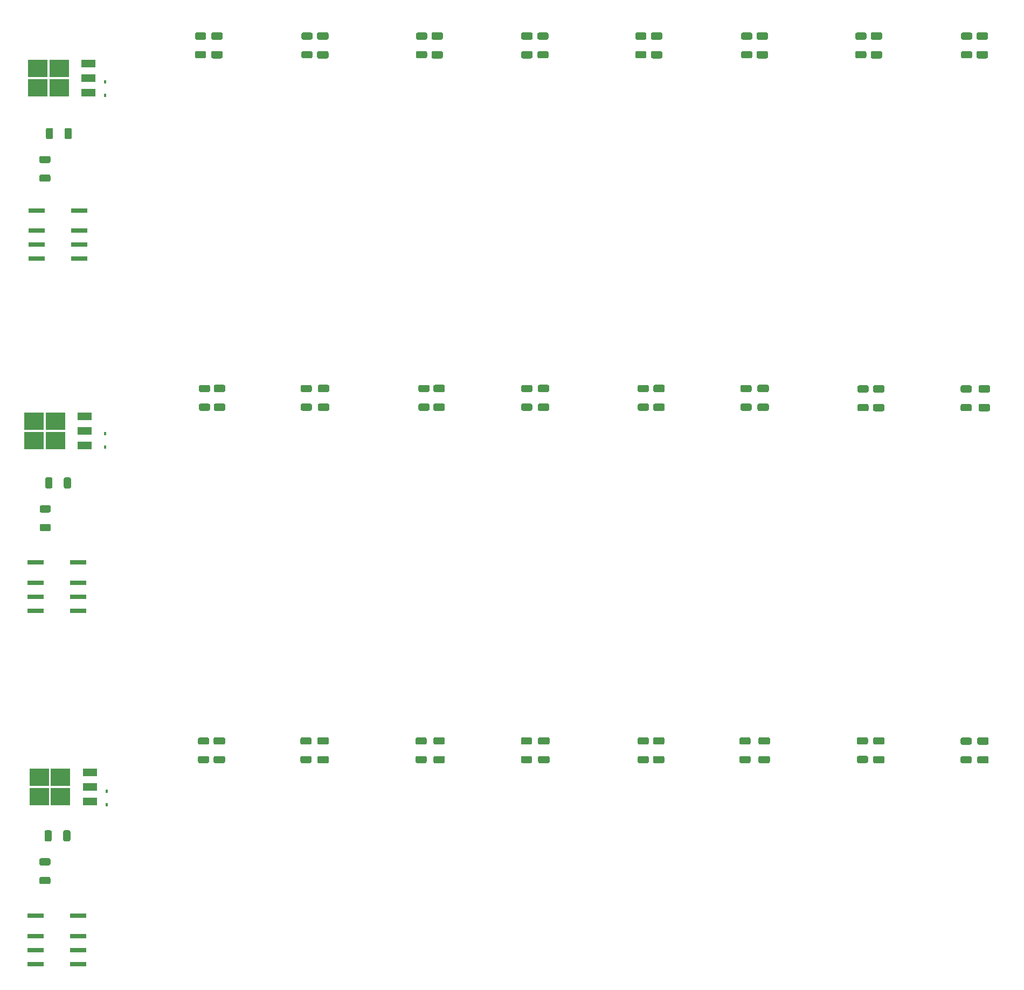
<source format=gbr>
%TF.GenerationSoftware,KiCad,Pcbnew,(5.1.9)-1*%
%TF.CreationDate,2021-07-25T11:44:51+02:00*%
%TF.ProjectId,RelayControls-HPK,52656c61-7943-46f6-9e74-726f6c732d48,V0.1*%
%TF.SameCoordinates,Original*%
%TF.FileFunction,Paste,Top*%
%TF.FilePolarity,Positive*%
%FSLAX46Y46*%
G04 Gerber Fmt 4.6, Leading zero omitted, Abs format (unit mm)*
G04 Created by KiCad (PCBNEW (5.1.9)-1) date 2021-07-25 11:44:51*
%MOMM*%
%LPD*%
G01*
G04 APERTURE LIST*
%ADD10R,0.450000X0.600000*%
%ADD11R,2.200000X1.200000*%
%ADD12R,3.050000X2.750000*%
%ADD13R,2.660000X0.800000*%
G04 APERTURE END LIST*
D10*
%TO.C,D3*%
X33200000Y-99275000D03*
X33200000Y-101375000D03*
%TD*%
D11*
%TO.C,Q3*%
X30824999Y-157054999D03*
X30824999Y-154774999D03*
X30824999Y-152494999D03*
D12*
X22849999Y-153249999D03*
X26199999Y-156299999D03*
X22849999Y-156299999D03*
X26199999Y-153249999D03*
%TD*%
%TO.C,C1*%
G36*
G01*
X120500001Y-37325000D02*
X119199999Y-37325000D01*
G75*
G02*
X118950000Y-37075001I0J249999D01*
G01*
X118950000Y-36424999D01*
G75*
G02*
X119199999Y-36175000I249999J0D01*
G01*
X120500001Y-36175000D01*
G75*
G02*
X120750000Y-36424999I0J-249999D01*
G01*
X120750000Y-37075001D01*
G75*
G02*
X120500001Y-37325000I-249999J0D01*
G01*
G37*
G36*
G01*
X120500001Y-40275000D02*
X119199999Y-40275000D01*
G75*
G02*
X118950000Y-40025001I0J249999D01*
G01*
X118950000Y-39374999D01*
G75*
G02*
X119199999Y-39125000I249999J0D01*
G01*
X120500001Y-39125000D01*
G75*
G02*
X120750000Y-39374999I0J-249999D01*
G01*
X120750000Y-40025001D01*
G75*
G02*
X120500001Y-40275000I-249999J0D01*
G01*
G37*
%TD*%
%TO.C,C2*%
G36*
G01*
X51425001Y-40275000D02*
X50124999Y-40275000D01*
G75*
G02*
X49875000Y-40025001I0J249999D01*
G01*
X49875000Y-39374999D01*
G75*
G02*
X50124999Y-39125000I249999J0D01*
G01*
X51425001Y-39125000D01*
G75*
G02*
X51675000Y-39374999I0J-249999D01*
G01*
X51675000Y-40025001D01*
G75*
G02*
X51425001Y-40275000I-249999J0D01*
G01*
G37*
G36*
G01*
X51425001Y-37325000D02*
X50124999Y-37325000D01*
G75*
G02*
X49875000Y-37075001I0J249999D01*
G01*
X49875000Y-36424999D01*
G75*
G02*
X50124999Y-36175000I249999J0D01*
G01*
X51425001Y-36175000D01*
G75*
G02*
X51675000Y-36424999I0J-249999D01*
G01*
X51675000Y-37075001D01*
G75*
G02*
X51425001Y-37325000I-249999J0D01*
G01*
G37*
%TD*%
%TO.C,C3*%
G36*
G01*
X86025001Y-37325000D02*
X84724999Y-37325000D01*
G75*
G02*
X84475000Y-37075001I0J249999D01*
G01*
X84475000Y-36424999D01*
G75*
G02*
X84724999Y-36175000I249999J0D01*
G01*
X86025001Y-36175000D01*
G75*
G02*
X86275000Y-36424999I0J-249999D01*
G01*
X86275000Y-37075001D01*
G75*
G02*
X86025001Y-37325000I-249999J0D01*
G01*
G37*
G36*
G01*
X86025001Y-40275000D02*
X84724999Y-40275000D01*
G75*
G02*
X84475000Y-40025001I0J249999D01*
G01*
X84475000Y-39374999D01*
G75*
G02*
X84724999Y-39125000I249999J0D01*
G01*
X86025001Y-39125000D01*
G75*
G02*
X86275000Y-39374999I0J-249999D01*
G01*
X86275000Y-40025001D01*
G75*
G02*
X86025001Y-40275000I-249999J0D01*
G01*
G37*
%TD*%
%TO.C,C4*%
G36*
G01*
X155025001Y-37325000D02*
X153724999Y-37325000D01*
G75*
G02*
X153475000Y-37075001I0J249999D01*
G01*
X153475000Y-36424999D01*
G75*
G02*
X153724999Y-36175000I249999J0D01*
G01*
X155025001Y-36175000D01*
G75*
G02*
X155275000Y-36424999I0J-249999D01*
G01*
X155275000Y-37075001D01*
G75*
G02*
X155025001Y-37325000I-249999J0D01*
G01*
G37*
G36*
G01*
X155025001Y-40275000D02*
X153724999Y-40275000D01*
G75*
G02*
X153475000Y-40025001I0J249999D01*
G01*
X153475000Y-39374999D01*
G75*
G02*
X153724999Y-39125000I249999J0D01*
G01*
X155025001Y-39125000D01*
G75*
G02*
X155275000Y-39374999I0J-249999D01*
G01*
X155275000Y-40025001D01*
G75*
G02*
X155025001Y-40275000I-249999J0D01*
G01*
G37*
%TD*%
%TO.C,C5*%
G36*
G01*
X135799999Y-39125000D02*
X137100001Y-39125000D01*
G75*
G02*
X137350000Y-39374999I0J-249999D01*
G01*
X137350000Y-40025001D01*
G75*
G02*
X137100001Y-40275000I-249999J0D01*
G01*
X135799999Y-40275000D01*
G75*
G02*
X135550000Y-40025001I0J249999D01*
G01*
X135550000Y-39374999D01*
G75*
G02*
X135799999Y-39125000I249999J0D01*
G01*
G37*
G36*
G01*
X135799999Y-36175000D02*
X137100001Y-36175000D01*
G75*
G02*
X137350000Y-36424999I0J-249999D01*
G01*
X137350000Y-37075001D01*
G75*
G02*
X137100001Y-37325000I-249999J0D01*
G01*
X135799999Y-37325000D01*
G75*
G02*
X135550000Y-37075001I0J249999D01*
G01*
X135550000Y-36424999D01*
G75*
G02*
X135799999Y-36175000I249999J0D01*
G01*
G37*
%TD*%
%TO.C,C6*%
G36*
G01*
X66749999Y-36175000D02*
X68050001Y-36175000D01*
G75*
G02*
X68300000Y-36424999I0J-249999D01*
G01*
X68300000Y-37075001D01*
G75*
G02*
X68050001Y-37325000I-249999J0D01*
G01*
X66749999Y-37325000D01*
G75*
G02*
X66500000Y-37075001I0J249999D01*
G01*
X66500000Y-36424999D01*
G75*
G02*
X66749999Y-36175000I249999J0D01*
G01*
G37*
G36*
G01*
X66749999Y-39125000D02*
X68050001Y-39125000D01*
G75*
G02*
X68300000Y-39374999I0J-249999D01*
G01*
X68300000Y-40025001D01*
G75*
G02*
X68050001Y-40275000I-249999J0D01*
G01*
X66749999Y-40275000D01*
G75*
G02*
X66500000Y-40025001I0J249999D01*
G01*
X66500000Y-39374999D01*
G75*
G02*
X66749999Y-39125000I249999J0D01*
G01*
G37*
%TD*%
%TO.C,C7*%
G36*
G01*
X98819999Y-39125000D02*
X100120001Y-39125000D01*
G75*
G02*
X100370000Y-39374999I0J-249999D01*
G01*
X100370000Y-40025001D01*
G75*
G02*
X100120001Y-40275000I-249999J0D01*
G01*
X98819999Y-40275000D01*
G75*
G02*
X98570000Y-40025001I0J249999D01*
G01*
X98570000Y-39374999D01*
G75*
G02*
X98819999Y-39125000I249999J0D01*
G01*
G37*
G36*
G01*
X98819999Y-36175000D02*
X100120001Y-36175000D01*
G75*
G02*
X100370000Y-36424999I0J-249999D01*
G01*
X100370000Y-37075001D01*
G75*
G02*
X100120001Y-37325000I-249999J0D01*
G01*
X98819999Y-37325000D01*
G75*
G02*
X98570000Y-37075001I0J249999D01*
G01*
X98570000Y-36424999D01*
G75*
G02*
X98819999Y-36175000I249999J0D01*
G01*
G37*
%TD*%
%TO.C,C8*%
G36*
G01*
X170349999Y-36175000D02*
X171650001Y-36175000D01*
G75*
G02*
X171900000Y-36424999I0J-249999D01*
G01*
X171900000Y-37075001D01*
G75*
G02*
X171650001Y-37325000I-249999J0D01*
G01*
X170349999Y-37325000D01*
G75*
G02*
X170100000Y-37075001I0J249999D01*
G01*
X170100000Y-36424999D01*
G75*
G02*
X170349999Y-36175000I249999J0D01*
G01*
G37*
G36*
G01*
X170349999Y-39125000D02*
X171650001Y-39125000D01*
G75*
G02*
X171900000Y-39374999I0J-249999D01*
G01*
X171900000Y-40025001D01*
G75*
G02*
X171650001Y-40275000I-249999J0D01*
G01*
X170349999Y-40275000D01*
G75*
G02*
X170100000Y-40025001I0J249999D01*
G01*
X170100000Y-39374999D01*
G75*
G02*
X170349999Y-39125000I249999J0D01*
G01*
G37*
%TD*%
%TO.C,C9*%
G36*
G01*
X120875001Y-92725000D02*
X119574999Y-92725000D01*
G75*
G02*
X119325000Y-92475001I0J249999D01*
G01*
X119325000Y-91824999D01*
G75*
G02*
X119574999Y-91575000I249999J0D01*
G01*
X120875001Y-91575000D01*
G75*
G02*
X121125000Y-91824999I0J-249999D01*
G01*
X121125000Y-92475001D01*
G75*
G02*
X120875001Y-92725000I-249999J0D01*
G01*
G37*
G36*
G01*
X120875001Y-95675000D02*
X119574999Y-95675000D01*
G75*
G02*
X119325000Y-95425001I0J249999D01*
G01*
X119325000Y-94774999D01*
G75*
G02*
X119574999Y-94525000I249999J0D01*
G01*
X120875001Y-94525000D01*
G75*
G02*
X121125000Y-94774999I0J-249999D01*
G01*
X121125000Y-95425001D01*
G75*
G02*
X120875001Y-95675000I-249999J0D01*
G01*
G37*
%TD*%
%TO.C,C10*%
G36*
G01*
X51825001Y-95675000D02*
X50524999Y-95675000D01*
G75*
G02*
X50275000Y-95425001I0J249999D01*
G01*
X50275000Y-94774999D01*
G75*
G02*
X50524999Y-94525000I249999J0D01*
G01*
X51825001Y-94525000D01*
G75*
G02*
X52075000Y-94774999I0J-249999D01*
G01*
X52075000Y-95425001D01*
G75*
G02*
X51825001Y-95675000I-249999J0D01*
G01*
G37*
G36*
G01*
X51825001Y-92725000D02*
X50524999Y-92725000D01*
G75*
G02*
X50275000Y-92475001I0J249999D01*
G01*
X50275000Y-91824999D01*
G75*
G02*
X50524999Y-91575000I249999J0D01*
G01*
X51825001Y-91575000D01*
G75*
G02*
X52075000Y-91824999I0J-249999D01*
G01*
X52075000Y-92475001D01*
G75*
G02*
X51825001Y-92725000I-249999J0D01*
G01*
G37*
%TD*%
%TO.C,C11*%
G36*
G01*
X86325001Y-95675000D02*
X85024999Y-95675000D01*
G75*
G02*
X84775000Y-95425001I0J249999D01*
G01*
X84775000Y-94774999D01*
G75*
G02*
X85024999Y-94525000I249999J0D01*
G01*
X86325001Y-94525000D01*
G75*
G02*
X86575000Y-94774999I0J-249999D01*
G01*
X86575000Y-95425001D01*
G75*
G02*
X86325001Y-95675000I-249999J0D01*
G01*
G37*
G36*
G01*
X86325001Y-92725000D02*
X85024999Y-92725000D01*
G75*
G02*
X84775000Y-92475001I0J249999D01*
G01*
X84775000Y-91824999D01*
G75*
G02*
X85024999Y-91575000I249999J0D01*
G01*
X86325001Y-91575000D01*
G75*
G02*
X86575000Y-91824999I0J-249999D01*
G01*
X86575000Y-92475001D01*
G75*
G02*
X86325001Y-92725000I-249999J0D01*
G01*
G37*
%TD*%
%TO.C,C12*%
G36*
G01*
X155390001Y-92790000D02*
X154089999Y-92790000D01*
G75*
G02*
X153840000Y-92540001I0J249999D01*
G01*
X153840000Y-91889999D01*
G75*
G02*
X154089999Y-91640000I249999J0D01*
G01*
X155390001Y-91640000D01*
G75*
G02*
X155640000Y-91889999I0J-249999D01*
G01*
X155640000Y-92540001D01*
G75*
G02*
X155390001Y-92790000I-249999J0D01*
G01*
G37*
G36*
G01*
X155390001Y-95740000D02*
X154089999Y-95740000D01*
G75*
G02*
X153840000Y-95490001I0J249999D01*
G01*
X153840000Y-94839999D01*
G75*
G02*
X154089999Y-94590000I249999J0D01*
G01*
X155390001Y-94590000D01*
G75*
G02*
X155640000Y-94839999I0J-249999D01*
G01*
X155640000Y-95490001D01*
G75*
G02*
X155390001Y-95740000I-249999J0D01*
G01*
G37*
%TD*%
%TO.C,C13*%
G36*
G01*
X135924999Y-91575000D02*
X137225001Y-91575000D01*
G75*
G02*
X137475000Y-91824999I0J-249999D01*
G01*
X137475000Y-92475001D01*
G75*
G02*
X137225001Y-92725000I-249999J0D01*
G01*
X135924999Y-92725000D01*
G75*
G02*
X135675000Y-92475001I0J249999D01*
G01*
X135675000Y-91824999D01*
G75*
G02*
X135924999Y-91575000I249999J0D01*
G01*
G37*
G36*
G01*
X135924999Y-94525000D02*
X137225001Y-94525000D01*
G75*
G02*
X137475000Y-94774999I0J-249999D01*
G01*
X137475000Y-95425001D01*
G75*
G02*
X137225001Y-95675000I-249999J0D01*
G01*
X135924999Y-95675000D01*
G75*
G02*
X135675000Y-95425001I0J249999D01*
G01*
X135675000Y-94774999D01*
G75*
G02*
X135924999Y-94525000I249999J0D01*
G01*
G37*
%TD*%
%TO.C,C14*%
G36*
G01*
X66874999Y-91575000D02*
X68175001Y-91575000D01*
G75*
G02*
X68425000Y-91824999I0J-249999D01*
G01*
X68425000Y-92475001D01*
G75*
G02*
X68175001Y-92725000I-249999J0D01*
G01*
X66874999Y-92725000D01*
G75*
G02*
X66625000Y-92475001I0J249999D01*
G01*
X66625000Y-91824999D01*
G75*
G02*
X66874999Y-91575000I249999J0D01*
G01*
G37*
G36*
G01*
X66874999Y-94525000D02*
X68175001Y-94525000D01*
G75*
G02*
X68425000Y-94774999I0J-249999D01*
G01*
X68425000Y-95425001D01*
G75*
G02*
X68175001Y-95675000I-249999J0D01*
G01*
X66874999Y-95675000D01*
G75*
G02*
X66625000Y-95425001I0J249999D01*
G01*
X66625000Y-94774999D01*
G75*
G02*
X66874999Y-94525000I249999J0D01*
G01*
G37*
%TD*%
%TO.C,C15*%
G36*
G01*
X101424999Y-91575000D02*
X102725001Y-91575000D01*
G75*
G02*
X102975000Y-91824999I0J-249999D01*
G01*
X102975000Y-92475001D01*
G75*
G02*
X102725001Y-92725000I-249999J0D01*
G01*
X101424999Y-92725000D01*
G75*
G02*
X101175000Y-92475001I0J249999D01*
G01*
X101175000Y-91824999D01*
G75*
G02*
X101424999Y-91575000I249999J0D01*
G01*
G37*
G36*
G01*
X101424999Y-94525000D02*
X102725001Y-94525000D01*
G75*
G02*
X102975000Y-94774999I0J-249999D01*
G01*
X102975000Y-95425001D01*
G75*
G02*
X102725001Y-95675000I-249999J0D01*
G01*
X101424999Y-95675000D01*
G75*
G02*
X101175000Y-95425001I0J249999D01*
G01*
X101175000Y-94774999D01*
G75*
G02*
X101424999Y-94525000I249999J0D01*
G01*
G37*
%TD*%
%TO.C,C16*%
G36*
G01*
X170669999Y-91640000D02*
X171970001Y-91640000D01*
G75*
G02*
X172220000Y-91889999I0J-249999D01*
G01*
X172220000Y-92540001D01*
G75*
G02*
X171970001Y-92790000I-249999J0D01*
G01*
X170669999Y-92790000D01*
G75*
G02*
X170420000Y-92540001I0J249999D01*
G01*
X170420000Y-91889999D01*
G75*
G02*
X170669999Y-91640000I249999J0D01*
G01*
G37*
G36*
G01*
X170669999Y-94590000D02*
X171970001Y-94590000D01*
G75*
G02*
X172220000Y-94839999I0J-249999D01*
G01*
X172220000Y-95490001D01*
G75*
G02*
X171970001Y-95740000I-249999J0D01*
G01*
X170669999Y-95740000D01*
G75*
G02*
X170420000Y-95490001I0J249999D01*
G01*
X170420000Y-94839999D01*
G75*
G02*
X170669999Y-94590000I249999J0D01*
G01*
G37*
%TD*%
%TO.C,C17*%
G36*
G01*
X120825001Y-151075000D02*
X119524999Y-151075000D01*
G75*
G02*
X119275000Y-150825001I0J249999D01*
G01*
X119275000Y-150174999D01*
G75*
G02*
X119524999Y-149925000I249999J0D01*
G01*
X120825001Y-149925000D01*
G75*
G02*
X121075000Y-150174999I0J-249999D01*
G01*
X121075000Y-150825001D01*
G75*
G02*
X120825001Y-151075000I-249999J0D01*
G01*
G37*
G36*
G01*
X120825001Y-148125000D02*
X119524999Y-148125000D01*
G75*
G02*
X119275000Y-147875001I0J249999D01*
G01*
X119275000Y-147224999D01*
G75*
G02*
X119524999Y-146975000I249999J0D01*
G01*
X120825001Y-146975000D01*
G75*
G02*
X121075000Y-147224999I0J-249999D01*
G01*
X121075000Y-147875001D01*
G75*
G02*
X120825001Y-148125000I-249999J0D01*
G01*
G37*
%TD*%
%TO.C,C18*%
G36*
G01*
X51800001Y-148125000D02*
X50499999Y-148125000D01*
G75*
G02*
X50250000Y-147875001I0J249999D01*
G01*
X50250000Y-147224999D01*
G75*
G02*
X50499999Y-146975000I249999J0D01*
G01*
X51800001Y-146975000D01*
G75*
G02*
X52050000Y-147224999I0J-249999D01*
G01*
X52050000Y-147875001D01*
G75*
G02*
X51800001Y-148125000I-249999J0D01*
G01*
G37*
G36*
G01*
X51800001Y-151075000D02*
X50499999Y-151075000D01*
G75*
G02*
X50250000Y-150825001I0J249999D01*
G01*
X50250000Y-150174999D01*
G75*
G02*
X50499999Y-149925000I249999J0D01*
G01*
X51800001Y-149925000D01*
G75*
G02*
X52050000Y-150174999I0J-249999D01*
G01*
X52050000Y-150825001D01*
G75*
G02*
X51800001Y-151075000I-249999J0D01*
G01*
G37*
%TD*%
%TO.C,C19*%
G36*
G01*
X86325001Y-148125000D02*
X85024999Y-148125000D01*
G75*
G02*
X84775000Y-147875001I0J249999D01*
G01*
X84775000Y-147224999D01*
G75*
G02*
X85024999Y-146975000I249999J0D01*
G01*
X86325001Y-146975000D01*
G75*
G02*
X86575000Y-147224999I0J-249999D01*
G01*
X86575000Y-147875001D01*
G75*
G02*
X86325001Y-148125000I-249999J0D01*
G01*
G37*
G36*
G01*
X86325001Y-151075000D02*
X85024999Y-151075000D01*
G75*
G02*
X84775000Y-150825001I0J249999D01*
G01*
X84775000Y-150174999D01*
G75*
G02*
X85024999Y-149925000I249999J0D01*
G01*
X86325001Y-149925000D01*
G75*
G02*
X86575000Y-150174999I0J-249999D01*
G01*
X86575000Y-150825001D01*
G75*
G02*
X86325001Y-151075000I-249999J0D01*
G01*
G37*
%TD*%
%TO.C,C20*%
G36*
G01*
X155410001Y-151075000D02*
X154109999Y-151075000D01*
G75*
G02*
X153860000Y-150825001I0J249999D01*
G01*
X153860000Y-150174999D01*
G75*
G02*
X154109999Y-149925000I249999J0D01*
G01*
X155410001Y-149925000D01*
G75*
G02*
X155660000Y-150174999I0J-249999D01*
G01*
X155660000Y-150825001D01*
G75*
G02*
X155410001Y-151075000I-249999J0D01*
G01*
G37*
G36*
G01*
X155410001Y-148125000D02*
X154109999Y-148125000D01*
G75*
G02*
X153860000Y-147875001I0J249999D01*
G01*
X153860000Y-147224999D01*
G75*
G02*
X154109999Y-146975000I249999J0D01*
G01*
X155410001Y-146975000D01*
G75*
G02*
X155660000Y-147224999I0J-249999D01*
G01*
X155660000Y-147875001D01*
G75*
G02*
X155410001Y-148125000I-249999J0D01*
G01*
G37*
%TD*%
%TO.C,C21*%
G36*
G01*
X136099999Y-149925000D02*
X137400001Y-149925000D01*
G75*
G02*
X137650000Y-150174999I0J-249999D01*
G01*
X137650000Y-150825001D01*
G75*
G02*
X137400001Y-151075000I-249999J0D01*
G01*
X136099999Y-151075000D01*
G75*
G02*
X135850000Y-150825001I0J249999D01*
G01*
X135850000Y-150174999D01*
G75*
G02*
X136099999Y-149925000I249999J0D01*
G01*
G37*
G36*
G01*
X136099999Y-146975000D02*
X137400001Y-146975000D01*
G75*
G02*
X137650000Y-147224999I0J-249999D01*
G01*
X137650000Y-147875001D01*
G75*
G02*
X137400001Y-148125000I-249999J0D01*
G01*
X136099999Y-148125000D01*
G75*
G02*
X135850000Y-147875001I0J249999D01*
G01*
X135850000Y-147224999D01*
G75*
G02*
X136099999Y-146975000I249999J0D01*
G01*
G37*
%TD*%
%TO.C,C22*%
G36*
G01*
X66799999Y-149925000D02*
X68100001Y-149925000D01*
G75*
G02*
X68350000Y-150174999I0J-249999D01*
G01*
X68350000Y-150825001D01*
G75*
G02*
X68100001Y-151075000I-249999J0D01*
G01*
X66799999Y-151075000D01*
G75*
G02*
X66550000Y-150825001I0J249999D01*
G01*
X66550000Y-150174999D01*
G75*
G02*
X66799999Y-149925000I249999J0D01*
G01*
G37*
G36*
G01*
X66799999Y-146975000D02*
X68100001Y-146975000D01*
G75*
G02*
X68350000Y-147224999I0J-249999D01*
G01*
X68350000Y-147875001D01*
G75*
G02*
X68100001Y-148125000I-249999J0D01*
G01*
X66799999Y-148125000D01*
G75*
G02*
X66550000Y-147875001I0J249999D01*
G01*
X66550000Y-147224999D01*
G75*
G02*
X66799999Y-146975000I249999J0D01*
G01*
G37*
%TD*%
%TO.C,C23*%
G36*
G01*
X101474999Y-146975000D02*
X102775001Y-146975000D01*
G75*
G02*
X103025000Y-147224999I0J-249999D01*
G01*
X103025000Y-147875001D01*
G75*
G02*
X102775001Y-148125000I-249999J0D01*
G01*
X101474999Y-148125000D01*
G75*
G02*
X101225000Y-147875001I0J249999D01*
G01*
X101225000Y-147224999D01*
G75*
G02*
X101474999Y-146975000I249999J0D01*
G01*
G37*
G36*
G01*
X101474999Y-149925000D02*
X102775001Y-149925000D01*
G75*
G02*
X103025000Y-150174999I0J-249999D01*
G01*
X103025000Y-150825001D01*
G75*
G02*
X102775001Y-151075000I-249999J0D01*
G01*
X101474999Y-151075000D01*
G75*
G02*
X101225000Y-150825001I0J249999D01*
G01*
X101225000Y-150174999D01*
G75*
G02*
X101474999Y-149925000I249999J0D01*
G01*
G37*
%TD*%
%TO.C,C24*%
G36*
G01*
X170459999Y-149950000D02*
X171760001Y-149950000D01*
G75*
G02*
X172010000Y-150199999I0J-249999D01*
G01*
X172010000Y-150850001D01*
G75*
G02*
X171760001Y-151100000I-249999J0D01*
G01*
X170459999Y-151100000D01*
G75*
G02*
X170210000Y-150850001I0J249999D01*
G01*
X170210000Y-150199999D01*
G75*
G02*
X170459999Y-149950000I249999J0D01*
G01*
G37*
G36*
G01*
X170459999Y-147000000D02*
X171760001Y-147000000D01*
G75*
G02*
X172010000Y-147249999I0J-249999D01*
G01*
X172010000Y-147900001D01*
G75*
G02*
X171760001Y-148150000I-249999J0D01*
G01*
X170459999Y-148150000D01*
G75*
G02*
X170210000Y-147900001I0J249999D01*
G01*
X170210000Y-147249999D01*
G75*
G02*
X170459999Y-147000000I249999J0D01*
G01*
G37*
%TD*%
D13*
%TO.C,K1*%
X22410001Y-64154999D03*
X22410001Y-67354999D03*
X22410001Y-69554999D03*
X22410001Y-71754999D03*
X29150001Y-71754999D03*
X29150001Y-69554999D03*
X29150001Y-67354999D03*
X29150001Y-64154999D03*
%TD*%
%TO.C,K2*%
X22260000Y-119500000D03*
X22260000Y-122700000D03*
X22260000Y-124900000D03*
X22260000Y-127100000D03*
X29000000Y-127100000D03*
X29000000Y-124900000D03*
X29000000Y-122700000D03*
X29000000Y-119500000D03*
%TD*%
%TO.C,K3*%
X29000000Y-175000000D03*
X29000000Y-178200000D03*
X29000000Y-180400000D03*
X29000000Y-182600000D03*
X22260000Y-182600000D03*
X22260000Y-180400000D03*
X22260000Y-178200000D03*
X22260000Y-175000000D03*
%TD*%
%TO.C,R1*%
G36*
G01*
X26831371Y-52700002D02*
X26831371Y-51449998D01*
G75*
G02*
X27081369Y-51200000I249998J0D01*
G01*
X27706373Y-51200000D01*
G75*
G02*
X27956371Y-51449998I0J-249998D01*
G01*
X27956371Y-52700002D01*
G75*
G02*
X27706373Y-52950000I-249998J0D01*
G01*
X27081369Y-52950000D01*
G75*
G02*
X26831371Y-52700002I0J249998D01*
G01*
G37*
G36*
G01*
X23906371Y-52700002D02*
X23906371Y-51449998D01*
G75*
G02*
X24156369Y-51200000I249998J0D01*
G01*
X24781373Y-51200000D01*
G75*
G02*
X25031371Y-51449998I0J-249998D01*
G01*
X25031371Y-52700002D01*
G75*
G02*
X24781373Y-52950000I-249998J0D01*
G01*
X24156369Y-52950000D01*
G75*
G02*
X23906371Y-52700002I0J249998D01*
G01*
G37*
%TD*%
%TO.C,R2*%
G36*
G01*
X64299998Y-39125000D02*
X65550002Y-39125000D01*
G75*
G02*
X65800000Y-39374998I0J-249998D01*
G01*
X65800000Y-40000002D01*
G75*
G02*
X65550002Y-40250000I-249998J0D01*
G01*
X64299998Y-40250000D01*
G75*
G02*
X64050000Y-40000002I0J249998D01*
G01*
X64050000Y-39374998D01*
G75*
G02*
X64299998Y-39125000I249998J0D01*
G01*
G37*
G36*
G01*
X64299998Y-36200000D02*
X65550002Y-36200000D01*
G75*
G02*
X65800000Y-36449998I0J-249998D01*
G01*
X65800000Y-37075002D01*
G75*
G02*
X65550002Y-37325000I-249998J0D01*
G01*
X64299998Y-37325000D01*
G75*
G02*
X64050000Y-37075002I0J249998D01*
G01*
X64050000Y-36449998D01*
G75*
G02*
X64299998Y-36200000I249998J0D01*
G01*
G37*
%TD*%
%TO.C,R3*%
G36*
G01*
X118000002Y-40250000D02*
X116749998Y-40250000D01*
G75*
G02*
X116500000Y-40000002I0J249998D01*
G01*
X116500000Y-39374998D01*
G75*
G02*
X116749998Y-39125000I249998J0D01*
G01*
X118000002Y-39125000D01*
G75*
G02*
X118250000Y-39374998I0J-249998D01*
G01*
X118250000Y-40000002D01*
G75*
G02*
X118000002Y-40250000I-249998J0D01*
G01*
G37*
G36*
G01*
X118000002Y-37325000D02*
X116749998Y-37325000D01*
G75*
G02*
X116500000Y-37075002I0J249998D01*
G01*
X116500000Y-36449998D01*
G75*
G02*
X116749998Y-36200000I249998J0D01*
G01*
X118000002Y-36200000D01*
G75*
G02*
X118250000Y-36449998I0J-249998D01*
G01*
X118250000Y-37075002D01*
G75*
G02*
X118000002Y-37325000I-249998J0D01*
G01*
G37*
%TD*%
%TO.C,R4*%
G36*
G01*
X48825002Y-37325000D02*
X47574998Y-37325000D01*
G75*
G02*
X47325000Y-37075002I0J249998D01*
G01*
X47325000Y-36449998D01*
G75*
G02*
X47574998Y-36200000I249998J0D01*
G01*
X48825002Y-36200000D01*
G75*
G02*
X49075000Y-36449998I0J-249998D01*
G01*
X49075000Y-37075002D01*
G75*
G02*
X48825002Y-37325000I-249998J0D01*
G01*
G37*
G36*
G01*
X48825002Y-40250000D02*
X47574998Y-40250000D01*
G75*
G02*
X47325000Y-40000002I0J249998D01*
G01*
X47325000Y-39374998D01*
G75*
G02*
X47574998Y-39125000I249998J0D01*
G01*
X48825002Y-39125000D01*
G75*
G02*
X49075000Y-39374998I0J-249998D01*
G01*
X49075000Y-40000002D01*
G75*
G02*
X48825002Y-40250000I-249998J0D01*
G01*
G37*
%TD*%
%TO.C,R5*%
G36*
G01*
X83550002Y-37325000D02*
X82299998Y-37325000D01*
G75*
G02*
X82050000Y-37075002I0J249998D01*
G01*
X82050000Y-36449998D01*
G75*
G02*
X82299998Y-36200000I249998J0D01*
G01*
X83550002Y-36200000D01*
G75*
G02*
X83800000Y-36449998I0J-249998D01*
G01*
X83800000Y-37075002D01*
G75*
G02*
X83550002Y-37325000I-249998J0D01*
G01*
G37*
G36*
G01*
X83550002Y-40250000D02*
X82299998Y-40250000D01*
G75*
G02*
X82050000Y-40000002I0J249998D01*
G01*
X82050000Y-39374998D01*
G75*
G02*
X82299998Y-39125000I249998J0D01*
G01*
X83550002Y-39125000D01*
G75*
G02*
X83800000Y-39374998I0J-249998D01*
G01*
X83800000Y-40000002D01*
G75*
G02*
X83550002Y-40250000I-249998J0D01*
G01*
G37*
%TD*%
%TO.C,R6*%
G36*
G01*
X152550002Y-40250000D02*
X151299998Y-40250000D01*
G75*
G02*
X151050000Y-40000002I0J249998D01*
G01*
X151050000Y-39374998D01*
G75*
G02*
X151299998Y-39125000I249998J0D01*
G01*
X152550002Y-39125000D01*
G75*
G02*
X152800000Y-39374998I0J-249998D01*
G01*
X152800000Y-40000002D01*
G75*
G02*
X152550002Y-40250000I-249998J0D01*
G01*
G37*
G36*
G01*
X152550002Y-37325000D02*
X151299998Y-37325000D01*
G75*
G02*
X151050000Y-37075002I0J249998D01*
G01*
X151050000Y-36449998D01*
G75*
G02*
X151299998Y-36200000I249998J0D01*
G01*
X152550002Y-36200000D01*
G75*
G02*
X152800000Y-36449998I0J-249998D01*
G01*
X152800000Y-37075002D01*
G75*
G02*
X152550002Y-37325000I-249998J0D01*
G01*
G37*
%TD*%
%TO.C,R7*%
G36*
G01*
X133374998Y-36200000D02*
X134625002Y-36200000D01*
G75*
G02*
X134875000Y-36449998I0J-249998D01*
G01*
X134875000Y-37075002D01*
G75*
G02*
X134625002Y-37325000I-249998J0D01*
G01*
X133374998Y-37325000D01*
G75*
G02*
X133125000Y-37075002I0J249998D01*
G01*
X133125000Y-36449998D01*
G75*
G02*
X133374998Y-36200000I249998J0D01*
G01*
G37*
G36*
G01*
X133374998Y-39125000D02*
X134625002Y-39125000D01*
G75*
G02*
X134875000Y-39374998I0J-249998D01*
G01*
X134875000Y-40000002D01*
G75*
G02*
X134625002Y-40250000I-249998J0D01*
G01*
X133374998Y-40250000D01*
G75*
G02*
X133125000Y-40000002I0J249998D01*
G01*
X133125000Y-39374998D01*
G75*
G02*
X133374998Y-39125000I249998J0D01*
G01*
G37*
%TD*%
%TO.C,R8*%
G36*
G01*
X101369998Y-39125000D02*
X102620002Y-39125000D01*
G75*
G02*
X102870000Y-39374998I0J-249998D01*
G01*
X102870000Y-40000002D01*
G75*
G02*
X102620002Y-40250000I-249998J0D01*
G01*
X101369998Y-40250000D01*
G75*
G02*
X101120000Y-40000002I0J249998D01*
G01*
X101120000Y-39374998D01*
G75*
G02*
X101369998Y-39125000I249998J0D01*
G01*
G37*
G36*
G01*
X101369998Y-36200000D02*
X102620002Y-36200000D01*
G75*
G02*
X102870000Y-36449998I0J-249998D01*
G01*
X102870000Y-37075002D01*
G75*
G02*
X102620002Y-37325000I-249998J0D01*
G01*
X101369998Y-37325000D01*
G75*
G02*
X101120000Y-37075002I0J249998D01*
G01*
X101120000Y-36449998D01*
G75*
G02*
X101369998Y-36200000I249998J0D01*
G01*
G37*
%TD*%
%TO.C,R9*%
G36*
G01*
X167924998Y-39125000D02*
X169175002Y-39125000D01*
G75*
G02*
X169425000Y-39374998I0J-249998D01*
G01*
X169425000Y-40000002D01*
G75*
G02*
X169175002Y-40250000I-249998J0D01*
G01*
X167924998Y-40250000D01*
G75*
G02*
X167675000Y-40000002I0J249998D01*
G01*
X167675000Y-39374998D01*
G75*
G02*
X167924998Y-39125000I249998J0D01*
G01*
G37*
G36*
G01*
X167924998Y-36200000D02*
X169175002Y-36200000D01*
G75*
G02*
X169425000Y-36449998I0J-249998D01*
G01*
X169425000Y-37075002D01*
G75*
G02*
X169175002Y-37325000I-249998J0D01*
G01*
X167924998Y-37325000D01*
G75*
G02*
X167675000Y-37075002I0J249998D01*
G01*
X167675000Y-36449998D01*
G75*
G02*
X167924998Y-36200000I249998J0D01*
G01*
G37*
%TD*%
%TO.C,R10*%
G36*
G01*
X24375002Y-56725685D02*
X23124998Y-56725685D01*
G75*
G02*
X22875000Y-56475687I0J249998D01*
G01*
X22875000Y-55850683D01*
G75*
G02*
X23124998Y-55600685I249998J0D01*
G01*
X24375002Y-55600685D01*
G75*
G02*
X24625000Y-55850683I0J-249998D01*
G01*
X24625000Y-56475687D01*
G75*
G02*
X24375002Y-56725685I-249998J0D01*
G01*
G37*
G36*
G01*
X24375002Y-59650685D02*
X23124998Y-59650685D01*
G75*
G02*
X22875000Y-59400687I0J249998D01*
G01*
X22875000Y-58775683D01*
G75*
G02*
X23124998Y-58525685I249998J0D01*
G01*
X24375002Y-58525685D01*
G75*
G02*
X24625000Y-58775683I0J-249998D01*
G01*
X24625000Y-59400687D01*
G75*
G02*
X24375002Y-59650685I-249998J0D01*
G01*
G37*
%TD*%
%TO.C,R11*%
G36*
G01*
X23800000Y-107625002D02*
X23800000Y-106374998D01*
G75*
G02*
X24049998Y-106125000I249998J0D01*
G01*
X24675002Y-106125000D01*
G75*
G02*
X24925000Y-106374998I0J-249998D01*
G01*
X24925000Y-107625002D01*
G75*
G02*
X24675002Y-107875000I-249998J0D01*
G01*
X24049998Y-107875000D01*
G75*
G02*
X23800000Y-107625002I0J249998D01*
G01*
G37*
G36*
G01*
X26725000Y-107625002D02*
X26725000Y-106374998D01*
G75*
G02*
X26974998Y-106125000I249998J0D01*
G01*
X27600002Y-106125000D01*
G75*
G02*
X27850000Y-106374998I0J-249998D01*
G01*
X27850000Y-107625002D01*
G75*
G02*
X27600002Y-107875000I-249998J0D01*
G01*
X26974998Y-107875000D01*
G75*
G02*
X26725000Y-107625002I0J249998D01*
G01*
G37*
%TD*%
%TO.C,R12*%
G36*
G01*
X118375002Y-95650000D02*
X117124998Y-95650000D01*
G75*
G02*
X116875000Y-95400002I0J249998D01*
G01*
X116875000Y-94774998D01*
G75*
G02*
X117124998Y-94525000I249998J0D01*
G01*
X118375002Y-94525000D01*
G75*
G02*
X118625000Y-94774998I0J-249998D01*
G01*
X118625000Y-95400002D01*
G75*
G02*
X118375002Y-95650000I-249998J0D01*
G01*
G37*
G36*
G01*
X118375002Y-92725000D02*
X117124998Y-92725000D01*
G75*
G02*
X116875000Y-92475002I0J249998D01*
G01*
X116875000Y-91849998D01*
G75*
G02*
X117124998Y-91600000I249998J0D01*
G01*
X118375002Y-91600000D01*
G75*
G02*
X118625000Y-91849998I0J-249998D01*
G01*
X118625000Y-92475002D01*
G75*
G02*
X118375002Y-92725000I-249998J0D01*
G01*
G37*
%TD*%
%TO.C,R13*%
G36*
G01*
X49450002Y-95650000D02*
X48199998Y-95650000D01*
G75*
G02*
X47950000Y-95400002I0J249998D01*
G01*
X47950000Y-94774998D01*
G75*
G02*
X48199998Y-94525000I249998J0D01*
G01*
X49450002Y-94525000D01*
G75*
G02*
X49700000Y-94774998I0J-249998D01*
G01*
X49700000Y-95400002D01*
G75*
G02*
X49450002Y-95650000I-249998J0D01*
G01*
G37*
G36*
G01*
X49450002Y-92725000D02*
X48199998Y-92725000D01*
G75*
G02*
X47950000Y-92475002I0J249998D01*
G01*
X47950000Y-91849998D01*
G75*
G02*
X48199998Y-91600000I249998J0D01*
G01*
X49450002Y-91600000D01*
G75*
G02*
X49700000Y-91849998I0J-249998D01*
G01*
X49700000Y-92475002D01*
G75*
G02*
X49450002Y-92725000I-249998J0D01*
G01*
G37*
%TD*%
%TO.C,R14*%
G36*
G01*
X83925002Y-95650000D02*
X82674998Y-95650000D01*
G75*
G02*
X82425000Y-95400002I0J249998D01*
G01*
X82425000Y-94774998D01*
G75*
G02*
X82674998Y-94525000I249998J0D01*
G01*
X83925002Y-94525000D01*
G75*
G02*
X84175000Y-94774998I0J-249998D01*
G01*
X84175000Y-95400002D01*
G75*
G02*
X83925002Y-95650000I-249998J0D01*
G01*
G37*
G36*
G01*
X83925002Y-92725000D02*
X82674998Y-92725000D01*
G75*
G02*
X82425000Y-92475002I0J249998D01*
G01*
X82425000Y-91849998D01*
G75*
G02*
X82674998Y-91600000I249998J0D01*
G01*
X83925002Y-91600000D01*
G75*
G02*
X84175000Y-91849998I0J-249998D01*
G01*
X84175000Y-92475002D01*
G75*
G02*
X83925002Y-92725000I-249998J0D01*
G01*
G37*
%TD*%
%TO.C,R15*%
G36*
G01*
X152895002Y-92790000D02*
X151644998Y-92790000D01*
G75*
G02*
X151395000Y-92540002I0J249998D01*
G01*
X151395000Y-91914998D01*
G75*
G02*
X151644998Y-91665000I249998J0D01*
G01*
X152895002Y-91665000D01*
G75*
G02*
X153145000Y-91914998I0J-249998D01*
G01*
X153145000Y-92540002D01*
G75*
G02*
X152895002Y-92790000I-249998J0D01*
G01*
G37*
G36*
G01*
X152895002Y-95715000D02*
X151644998Y-95715000D01*
G75*
G02*
X151395000Y-95465002I0J249998D01*
G01*
X151395000Y-94839998D01*
G75*
G02*
X151644998Y-94590000I249998J0D01*
G01*
X152895002Y-94590000D01*
G75*
G02*
X153145000Y-94839998I0J-249998D01*
G01*
X153145000Y-95465002D01*
G75*
G02*
X152895002Y-95715000I-249998J0D01*
G01*
G37*
%TD*%
%TO.C,R16*%
G36*
G01*
X133264998Y-91600000D02*
X134515002Y-91600000D01*
G75*
G02*
X134765000Y-91849998I0J-249998D01*
G01*
X134765000Y-92475002D01*
G75*
G02*
X134515002Y-92725000I-249998J0D01*
G01*
X133264998Y-92725000D01*
G75*
G02*
X133015000Y-92475002I0J249998D01*
G01*
X133015000Y-91849998D01*
G75*
G02*
X133264998Y-91600000I249998J0D01*
G01*
G37*
G36*
G01*
X133264998Y-94525000D02*
X134515002Y-94525000D01*
G75*
G02*
X134765000Y-94774998I0J-249998D01*
G01*
X134765000Y-95400002D01*
G75*
G02*
X134515002Y-95650000I-249998J0D01*
G01*
X133264998Y-95650000D01*
G75*
G02*
X133015000Y-95400002I0J249998D01*
G01*
X133015000Y-94774998D01*
G75*
G02*
X133264998Y-94525000I249998J0D01*
G01*
G37*
%TD*%
%TO.C,R17*%
G36*
G01*
X64174998Y-94525000D02*
X65425002Y-94525000D01*
G75*
G02*
X65675000Y-94774998I0J-249998D01*
G01*
X65675000Y-95400002D01*
G75*
G02*
X65425002Y-95650000I-249998J0D01*
G01*
X64174998Y-95650000D01*
G75*
G02*
X63925000Y-95400002I0J249998D01*
G01*
X63925000Y-94774998D01*
G75*
G02*
X64174998Y-94525000I249998J0D01*
G01*
G37*
G36*
G01*
X64174998Y-91600000D02*
X65425002Y-91600000D01*
G75*
G02*
X65675000Y-91849998I0J-249998D01*
G01*
X65675000Y-92475002D01*
G75*
G02*
X65425002Y-92725000I-249998J0D01*
G01*
X64174998Y-92725000D01*
G75*
G02*
X63925000Y-92475002I0J249998D01*
G01*
X63925000Y-91849998D01*
G75*
G02*
X64174998Y-91600000I249998J0D01*
G01*
G37*
%TD*%
%TO.C,R18*%
G36*
G01*
X98824998Y-94525000D02*
X100075002Y-94525000D01*
G75*
G02*
X100325000Y-94774998I0J-249998D01*
G01*
X100325000Y-95400002D01*
G75*
G02*
X100075002Y-95650000I-249998J0D01*
G01*
X98824998Y-95650000D01*
G75*
G02*
X98575000Y-95400002I0J249998D01*
G01*
X98575000Y-94774998D01*
G75*
G02*
X98824998Y-94525000I249998J0D01*
G01*
G37*
G36*
G01*
X98824998Y-91600000D02*
X100075002Y-91600000D01*
G75*
G02*
X100325000Y-91849998I0J-249998D01*
G01*
X100325000Y-92475002D01*
G75*
G02*
X100075002Y-92725000I-249998J0D01*
G01*
X98824998Y-92725000D01*
G75*
G02*
X98575000Y-92475002I0J249998D01*
G01*
X98575000Y-91849998D01*
G75*
G02*
X98824998Y-91600000I249998J0D01*
G01*
G37*
%TD*%
%TO.C,R19*%
G36*
G01*
X167854998Y-91665000D02*
X169105002Y-91665000D01*
G75*
G02*
X169355000Y-91914998I0J-249998D01*
G01*
X169355000Y-92540002D01*
G75*
G02*
X169105002Y-92790000I-249998J0D01*
G01*
X167854998Y-92790000D01*
G75*
G02*
X167605000Y-92540002I0J249998D01*
G01*
X167605000Y-91914998D01*
G75*
G02*
X167854998Y-91665000I249998J0D01*
G01*
G37*
G36*
G01*
X167854998Y-94590000D02*
X169105002Y-94590000D01*
G75*
G02*
X169355000Y-94839998I0J-249998D01*
G01*
X169355000Y-95465002D01*
G75*
G02*
X169105002Y-95715000I-249998J0D01*
G01*
X167854998Y-95715000D01*
G75*
G02*
X167605000Y-95465002I0J249998D01*
G01*
X167605000Y-94839998D01*
G75*
G02*
X167854998Y-94590000I249998J0D01*
G01*
G37*
%TD*%
%TO.C,R20*%
G36*
G01*
X24425002Y-111650685D02*
X23174998Y-111650685D01*
G75*
G02*
X22925000Y-111400687I0J249998D01*
G01*
X22925000Y-110775683D01*
G75*
G02*
X23174998Y-110525685I249998J0D01*
G01*
X24425002Y-110525685D01*
G75*
G02*
X24675000Y-110775683I0J-249998D01*
G01*
X24675000Y-111400687D01*
G75*
G02*
X24425002Y-111650685I-249998J0D01*
G01*
G37*
G36*
G01*
X24425002Y-114575685D02*
X23174998Y-114575685D01*
G75*
G02*
X22925000Y-114325687I0J249998D01*
G01*
X22925000Y-113700683D01*
G75*
G02*
X23174998Y-113450685I249998J0D01*
G01*
X24425002Y-113450685D01*
G75*
G02*
X24675000Y-113700683I0J-249998D01*
G01*
X24675000Y-114325687D01*
G75*
G02*
X24425002Y-114575685I-249998J0D01*
G01*
G37*
%TD*%
%TO.C,R21*%
G36*
G01*
X26620000Y-163100002D02*
X26620000Y-161849998D01*
G75*
G02*
X26869998Y-161600000I249998J0D01*
G01*
X27495002Y-161600000D01*
G75*
G02*
X27745000Y-161849998I0J-249998D01*
G01*
X27745000Y-163100002D01*
G75*
G02*
X27495002Y-163350000I-249998J0D01*
G01*
X26869998Y-163350000D01*
G75*
G02*
X26620000Y-163100002I0J249998D01*
G01*
G37*
G36*
G01*
X23695000Y-163100002D02*
X23695000Y-161849998D01*
G75*
G02*
X23944998Y-161600000I249998J0D01*
G01*
X24570002Y-161600000D01*
G75*
G02*
X24820000Y-161849998I0J-249998D01*
G01*
X24820000Y-163100002D01*
G75*
G02*
X24570002Y-163350000I-249998J0D01*
G01*
X23944998Y-163350000D01*
G75*
G02*
X23695000Y-163100002I0J249998D01*
G01*
G37*
%TD*%
%TO.C,R22*%
G36*
G01*
X118375002Y-151050000D02*
X117124998Y-151050000D01*
G75*
G02*
X116875000Y-150800002I0J249998D01*
G01*
X116875000Y-150174998D01*
G75*
G02*
X117124998Y-149925000I249998J0D01*
G01*
X118375002Y-149925000D01*
G75*
G02*
X118625000Y-150174998I0J-249998D01*
G01*
X118625000Y-150800002D01*
G75*
G02*
X118375002Y-151050000I-249998J0D01*
G01*
G37*
G36*
G01*
X118375002Y-148125000D02*
X117124998Y-148125000D01*
G75*
G02*
X116875000Y-147875002I0J249998D01*
G01*
X116875000Y-147249998D01*
G75*
G02*
X117124998Y-147000000I249998J0D01*
G01*
X118375002Y-147000000D01*
G75*
G02*
X118625000Y-147249998I0J-249998D01*
G01*
X118625000Y-147875002D01*
G75*
G02*
X118375002Y-148125000I-249998J0D01*
G01*
G37*
%TD*%
%TO.C,R23*%
G36*
G01*
X49300002Y-151062500D02*
X48049998Y-151062500D01*
G75*
G02*
X47800000Y-150812502I0J249998D01*
G01*
X47800000Y-150187498D01*
G75*
G02*
X48049998Y-149937500I249998J0D01*
G01*
X49300002Y-149937500D01*
G75*
G02*
X49550000Y-150187498I0J-249998D01*
G01*
X49550000Y-150812502D01*
G75*
G02*
X49300002Y-151062500I-249998J0D01*
G01*
G37*
G36*
G01*
X49300002Y-148137500D02*
X48049998Y-148137500D01*
G75*
G02*
X47800000Y-147887502I0J249998D01*
G01*
X47800000Y-147262498D01*
G75*
G02*
X48049998Y-147012500I249998J0D01*
G01*
X49300002Y-147012500D01*
G75*
G02*
X49550000Y-147262498I0J-249998D01*
G01*
X49550000Y-147887502D01*
G75*
G02*
X49300002Y-148137500I-249998J0D01*
G01*
G37*
%TD*%
%TO.C,R24*%
G36*
G01*
X83475002Y-148125000D02*
X82224998Y-148125000D01*
G75*
G02*
X81975000Y-147875002I0J249998D01*
G01*
X81975000Y-147249998D01*
G75*
G02*
X82224998Y-147000000I249998J0D01*
G01*
X83475002Y-147000000D01*
G75*
G02*
X83725000Y-147249998I0J-249998D01*
G01*
X83725000Y-147875002D01*
G75*
G02*
X83475002Y-148125000I-249998J0D01*
G01*
G37*
G36*
G01*
X83475002Y-151050000D02*
X82224998Y-151050000D01*
G75*
G02*
X81975000Y-150800002I0J249998D01*
G01*
X81975000Y-150174998D01*
G75*
G02*
X82224998Y-149925000I249998J0D01*
G01*
X83475002Y-149925000D01*
G75*
G02*
X83725000Y-150174998I0J-249998D01*
G01*
X83725000Y-150800002D01*
G75*
G02*
X83475002Y-151050000I-249998J0D01*
G01*
G37*
%TD*%
%TO.C,R25*%
G36*
G01*
X152805002Y-151035000D02*
X151554998Y-151035000D01*
G75*
G02*
X151305000Y-150785002I0J249998D01*
G01*
X151305000Y-150159998D01*
G75*
G02*
X151554998Y-149910000I249998J0D01*
G01*
X152805002Y-149910000D01*
G75*
G02*
X153055000Y-150159998I0J-249998D01*
G01*
X153055000Y-150785002D01*
G75*
G02*
X152805002Y-151035000I-249998J0D01*
G01*
G37*
G36*
G01*
X152805002Y-148110000D02*
X151554998Y-148110000D01*
G75*
G02*
X151305000Y-147860002I0J249998D01*
G01*
X151305000Y-147234998D01*
G75*
G02*
X151554998Y-146985000I249998J0D01*
G01*
X152805002Y-146985000D01*
G75*
G02*
X153055000Y-147234998I0J-249998D01*
G01*
X153055000Y-147860002D01*
G75*
G02*
X152805002Y-148110000I-249998J0D01*
G01*
G37*
%TD*%
%TO.C,R26*%
G36*
G01*
X133099998Y-147000000D02*
X134350002Y-147000000D01*
G75*
G02*
X134600000Y-147249998I0J-249998D01*
G01*
X134600000Y-147875002D01*
G75*
G02*
X134350002Y-148125000I-249998J0D01*
G01*
X133099998Y-148125000D01*
G75*
G02*
X132850000Y-147875002I0J249998D01*
G01*
X132850000Y-147249998D01*
G75*
G02*
X133099998Y-147000000I249998J0D01*
G01*
G37*
G36*
G01*
X133099998Y-149925000D02*
X134350002Y-149925000D01*
G75*
G02*
X134600000Y-150174998I0J-249998D01*
G01*
X134600000Y-150800002D01*
G75*
G02*
X134350002Y-151050000I-249998J0D01*
G01*
X133099998Y-151050000D01*
G75*
G02*
X132850000Y-150800002I0J249998D01*
G01*
X132850000Y-150174998D01*
G75*
G02*
X133099998Y-149925000I249998J0D01*
G01*
G37*
%TD*%
%TO.C,R27*%
G36*
G01*
X64134998Y-147000000D02*
X65385002Y-147000000D01*
G75*
G02*
X65635000Y-147249998I0J-249998D01*
G01*
X65635000Y-147875002D01*
G75*
G02*
X65385002Y-148125000I-249998J0D01*
G01*
X64134998Y-148125000D01*
G75*
G02*
X63885000Y-147875002I0J249998D01*
G01*
X63885000Y-147249998D01*
G75*
G02*
X64134998Y-147000000I249998J0D01*
G01*
G37*
G36*
G01*
X64134998Y-149925000D02*
X65385002Y-149925000D01*
G75*
G02*
X65635000Y-150174998I0J-249998D01*
G01*
X65635000Y-150800002D01*
G75*
G02*
X65385002Y-151050000I-249998J0D01*
G01*
X64134998Y-151050000D01*
G75*
G02*
X63885000Y-150800002I0J249998D01*
G01*
X63885000Y-150174998D01*
G75*
G02*
X64134998Y-149925000I249998J0D01*
G01*
G37*
%TD*%
%TO.C,R28*%
G36*
G01*
X98774998Y-147000000D02*
X100025002Y-147000000D01*
G75*
G02*
X100275000Y-147249998I0J-249998D01*
G01*
X100275000Y-147875002D01*
G75*
G02*
X100025002Y-148125000I-249998J0D01*
G01*
X98774998Y-148125000D01*
G75*
G02*
X98525000Y-147875002I0J249998D01*
G01*
X98525000Y-147249998D01*
G75*
G02*
X98774998Y-147000000I249998J0D01*
G01*
G37*
G36*
G01*
X98774998Y-149925000D02*
X100025002Y-149925000D01*
G75*
G02*
X100275000Y-150174998I0J-249998D01*
G01*
X100275000Y-150800002D01*
G75*
G02*
X100025002Y-151050000I-249998J0D01*
G01*
X98774998Y-151050000D01*
G75*
G02*
X98525000Y-150800002I0J249998D01*
G01*
X98525000Y-150174998D01*
G75*
G02*
X98774998Y-149925000I249998J0D01*
G01*
G37*
%TD*%
%TO.C,R29*%
G36*
G01*
X167844998Y-149950000D02*
X169095002Y-149950000D01*
G75*
G02*
X169345000Y-150199998I0J-249998D01*
G01*
X169345000Y-150825002D01*
G75*
G02*
X169095002Y-151075000I-249998J0D01*
G01*
X167844998Y-151075000D01*
G75*
G02*
X167595000Y-150825002I0J249998D01*
G01*
X167595000Y-150199998D01*
G75*
G02*
X167844998Y-149950000I249998J0D01*
G01*
G37*
G36*
G01*
X167844998Y-147025000D02*
X169095002Y-147025000D01*
G75*
G02*
X169345000Y-147274998I0J-249998D01*
G01*
X169345000Y-147900002D01*
G75*
G02*
X169095002Y-148150000I-249998J0D01*
G01*
X167844998Y-148150000D01*
G75*
G02*
X167595000Y-147900002I0J249998D01*
G01*
X167595000Y-147274998D01*
G75*
G02*
X167844998Y-147025000I249998J0D01*
G01*
G37*
%TD*%
%TO.C,R30*%
G36*
G01*
X24375002Y-167125685D02*
X23124998Y-167125685D01*
G75*
G02*
X22875000Y-166875687I0J249998D01*
G01*
X22875000Y-166250683D01*
G75*
G02*
X23124998Y-166000685I249998J0D01*
G01*
X24375002Y-166000685D01*
G75*
G02*
X24625000Y-166250683I0J-249998D01*
G01*
X24625000Y-166875687D01*
G75*
G02*
X24375002Y-167125685I-249998J0D01*
G01*
G37*
G36*
G01*
X24375002Y-170050685D02*
X23124998Y-170050685D01*
G75*
G02*
X22875000Y-169800687I0J249998D01*
G01*
X22875000Y-169175683D01*
G75*
G02*
X23124998Y-168925685I249998J0D01*
G01*
X24375002Y-168925685D01*
G75*
G02*
X24625000Y-169175683I0J-249998D01*
G01*
X24625000Y-169800687D01*
G75*
G02*
X24375002Y-170050685I-249998J0D01*
G01*
G37*
%TD*%
D10*
%TO.C,D1*%
X33200000Y-46050000D03*
X33200000Y-43950000D03*
%TD*%
%TO.C,D5*%
X33500000Y-155450000D03*
X33500000Y-157550000D03*
%TD*%
D12*
%TO.C,Q1*%
X25975000Y-41875000D03*
X22625000Y-44925000D03*
X25975000Y-44925000D03*
X22625000Y-41875000D03*
D11*
X30600000Y-41120000D03*
X30600000Y-43400000D03*
X30600000Y-45680000D03*
%TD*%
%TO.C,Q2*%
X30025000Y-101105000D03*
X30025000Y-98825000D03*
X30025000Y-96545000D03*
D12*
X22050000Y-97300000D03*
X25400000Y-100350000D03*
X22050000Y-100350000D03*
X25400000Y-97300000D03*
%TD*%
M02*

</source>
